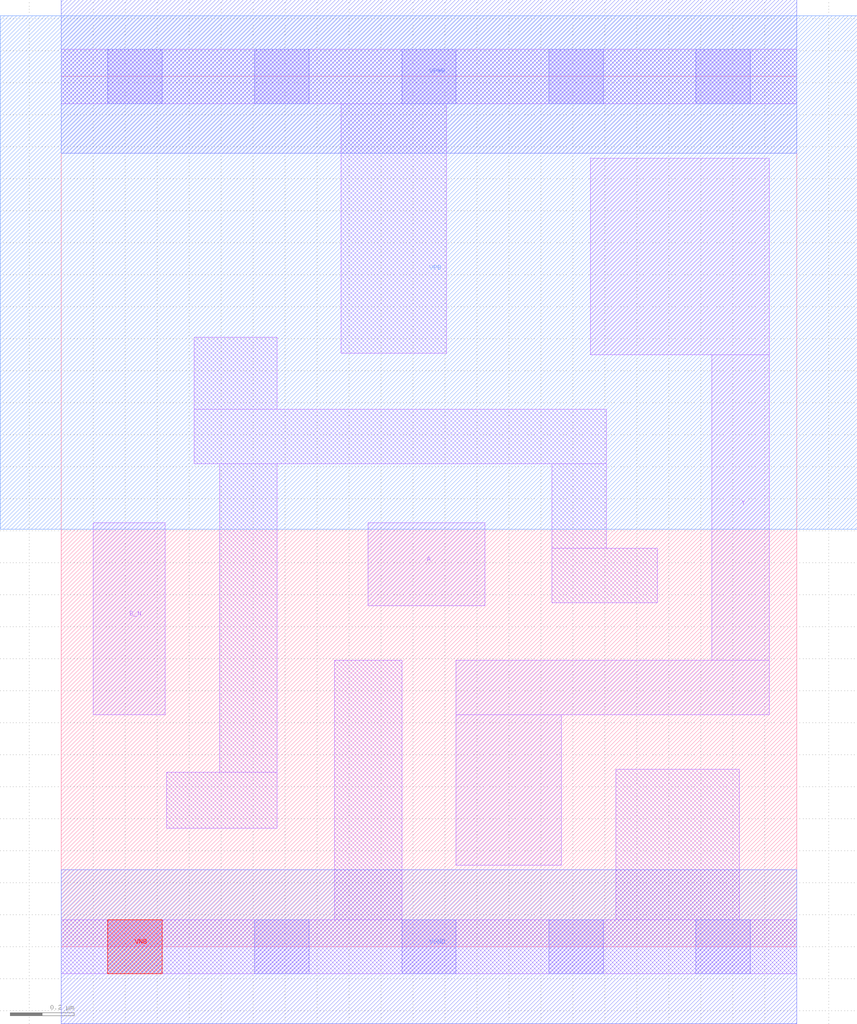
<source format=lef>
# Copyright 2020 The SkyWater PDK Authors
#
# Licensed under the Apache License, Version 2.0 (the "License");
# you may not use this file except in compliance with the License.
# You may obtain a copy of the License at
#
#     https://www.apache.org/licenses/LICENSE-2.0
#
# Unless required by applicable law or agreed to in writing, software
# distributed under the License is distributed on an "AS IS" BASIS,
# WITHOUT WARRANTIES OR CONDITIONS OF ANY KIND, either express or implied.
# See the License for the specific language governing permissions and
# limitations under the License.
#
# SPDX-License-Identifier: Apache-2.0

VERSION 5.7 ;
  NOWIREEXTENSIONATPIN ON ;
  DIVIDERCHAR "/" ;
  BUSBITCHARS "[]" ;
MACRO sky130_fd_sc_hd__nor2b_1
  CLASS CORE ;
  FOREIGN sky130_fd_sc_hd__nor2b_1 ;
  ORIGIN  0.000000  0.000000 ;
  SIZE  2.300000 BY  2.720000 ;
  SYMMETRY X Y R90 ;
  SITE unithd ;
  PIN A
    ANTENNAGATEAREA  0.247500 ;
    DIRECTION INPUT ;
    USE SIGNAL ;
    PORT
      LAYER li1 ;
        RECT 0.960000 1.065000 1.325000 1.325000 ;
    END
  END A
  PIN B_N
    ANTENNAGATEAREA  0.126000 ;
    DIRECTION INPUT ;
    USE SIGNAL ;
    PORT
      LAYER li1 ;
        RECT 0.100000 0.725000 0.325000 1.325000 ;
    END
  END B_N
  PIN VNB
    PORT
      LAYER pwell ;
        RECT 0.145000 -0.085000 0.315000 0.085000 ;
    END
  END VNB
  PIN VPB
    PORT
      LAYER nwell ;
        RECT -0.190000 1.305000 2.490000 2.910000 ;
    END
  END VPB
  PIN Y
    ANTENNADIFFAREA  0.435500 ;
    DIRECTION OUTPUT ;
    USE SIGNAL ;
    PORT
      LAYER li1 ;
        RECT 1.235000 0.255000 1.565000 0.725000 ;
        RECT 1.235000 0.725000 2.215000 0.895000 ;
        RECT 1.655000 1.850000 2.215000 2.465000 ;
        RECT 2.035000 0.895000 2.215000 1.850000 ;
    END
  END Y
  PIN VGND
    DIRECTION INOUT ;
    SHAPE ABUTMENT ;
    USE GROUND ;
    PORT
      LAYER met1 ;
        RECT 0.000000 -0.240000 2.300000 0.240000 ;
    END
  END VGND
  PIN VPWR
    DIRECTION INOUT ;
    SHAPE ABUTMENT ;
    USE POWER ;
    PORT
      LAYER met1 ;
        RECT 0.000000 2.480000 2.300000 2.960000 ;
    END
  END VPWR
  OBS
    LAYER li1 ;
      RECT 0.000000 -0.085000 2.300000 0.085000 ;
      RECT 0.000000  2.635000 2.300000 2.805000 ;
      RECT 0.330000  0.370000 0.675000 0.545000 ;
      RECT 0.415000  1.510000 1.705000 1.680000 ;
      RECT 0.415000  1.680000 0.675000 1.905000 ;
      RECT 0.495000  0.545000 0.675000 1.510000 ;
      RECT 0.855000  0.085000 1.065000 0.895000 ;
      RECT 0.875000  1.855000 1.205000 2.635000 ;
      RECT 1.535000  1.075000 1.865000 1.245000 ;
      RECT 1.535000  1.245000 1.705000 1.510000 ;
      RECT 1.735000  0.085000 2.120000 0.555000 ;
    LAYER mcon ;
      RECT 0.145000 -0.085000 0.315000 0.085000 ;
      RECT 0.145000  2.635000 0.315000 2.805000 ;
      RECT 0.605000 -0.085000 0.775000 0.085000 ;
      RECT 0.605000  2.635000 0.775000 2.805000 ;
      RECT 1.065000 -0.085000 1.235000 0.085000 ;
      RECT 1.065000  2.635000 1.235000 2.805000 ;
      RECT 1.525000 -0.085000 1.695000 0.085000 ;
      RECT 1.525000  2.635000 1.695000 2.805000 ;
      RECT 1.985000 -0.085000 2.155000 0.085000 ;
      RECT 1.985000  2.635000 2.155000 2.805000 ;
  END
END sky130_fd_sc_hd__nor2b_1
END LIBRARY

</source>
